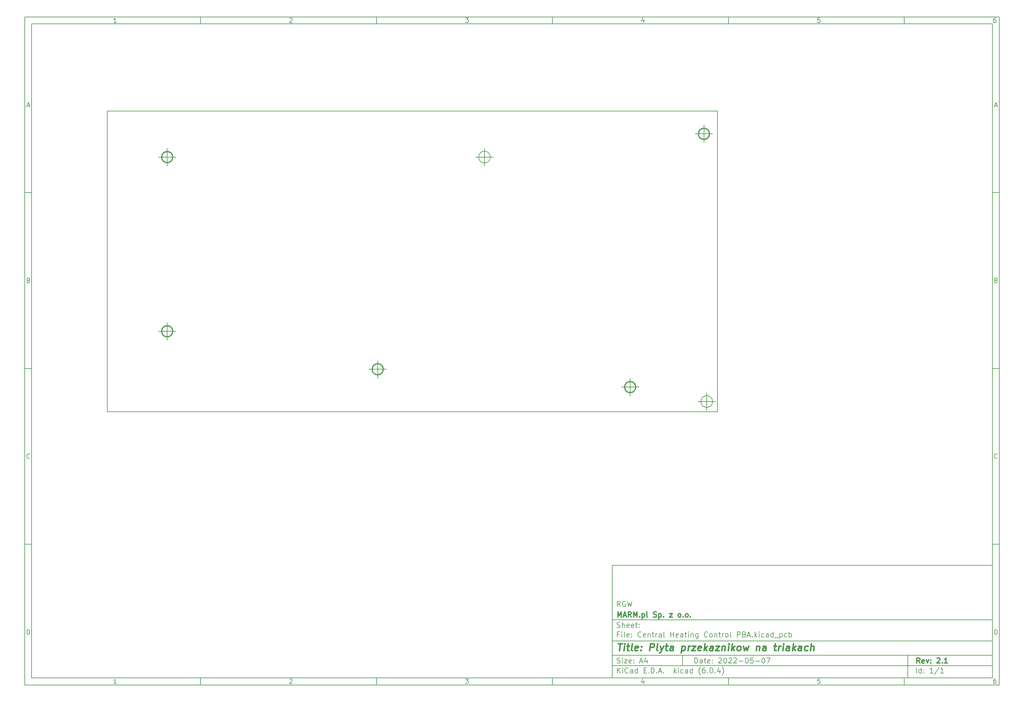
<source format=gbr>
%TF.GenerationSoftware,KiCad,Pcbnew,(6.0.4)*%
%TF.CreationDate,2022-05-29T19:49:35+02:00*%
%TF.ProjectId,Central Heating Control PBA,43656e74-7261-46c2-9048-656174696e67,2.1*%
%TF.SameCoordinates,Original*%
%TF.FileFunction,Glue,Top*%
%TF.FilePolarity,Positive*%
%FSLAX46Y46*%
G04 Gerber Fmt 4.6, Leading zero omitted, Abs format (unit mm)*
G04 Created by KiCad (PCBNEW (6.0.4)) date 2022-05-29 19:49:35*
%MOMM*%
%LPD*%
G01*
G04 APERTURE LIST*
%ADD10C,0.100000*%
%ADD11C,0.150000*%
%ADD12C,0.300000*%
%ADD13C,0.400000*%
%TA.AperFunction,Profile*%
%ADD14C,0.150000*%
%TD*%
G04 APERTURE END LIST*
D10*
D11*
X177002200Y-166007200D02*
X177002200Y-198007200D01*
X285002200Y-198007200D01*
X285002200Y-166007200D01*
X177002200Y-166007200D01*
D10*
D11*
X10000000Y-10000000D02*
X10000000Y-200007200D01*
X287002200Y-200007200D01*
X287002200Y-10000000D01*
X10000000Y-10000000D01*
D10*
D11*
X12000000Y-12000000D02*
X12000000Y-198007200D01*
X285002200Y-198007200D01*
X285002200Y-12000000D01*
X12000000Y-12000000D01*
D10*
D11*
X60000000Y-12000000D02*
X60000000Y-10000000D01*
D10*
D11*
X110000000Y-12000000D02*
X110000000Y-10000000D01*
D10*
D11*
X160000000Y-12000000D02*
X160000000Y-10000000D01*
D10*
D11*
X210000000Y-12000000D02*
X210000000Y-10000000D01*
D10*
D11*
X260000000Y-12000000D02*
X260000000Y-10000000D01*
D10*
D11*
X36065476Y-11588095D02*
X35322619Y-11588095D01*
X35694047Y-11588095D02*
X35694047Y-10288095D01*
X35570238Y-10473809D01*
X35446428Y-10597619D01*
X35322619Y-10659523D01*
D10*
D11*
X85322619Y-10411904D02*
X85384523Y-10350000D01*
X85508333Y-10288095D01*
X85817857Y-10288095D01*
X85941666Y-10350000D01*
X86003571Y-10411904D01*
X86065476Y-10535714D01*
X86065476Y-10659523D01*
X86003571Y-10845238D01*
X85260714Y-11588095D01*
X86065476Y-11588095D01*
D10*
D11*
X135260714Y-10288095D02*
X136065476Y-10288095D01*
X135632142Y-10783333D01*
X135817857Y-10783333D01*
X135941666Y-10845238D01*
X136003571Y-10907142D01*
X136065476Y-11030952D01*
X136065476Y-11340476D01*
X136003571Y-11464285D01*
X135941666Y-11526190D01*
X135817857Y-11588095D01*
X135446428Y-11588095D01*
X135322619Y-11526190D01*
X135260714Y-11464285D01*
D10*
D11*
X185941666Y-10721428D02*
X185941666Y-11588095D01*
X185632142Y-10226190D02*
X185322619Y-11154761D01*
X186127380Y-11154761D01*
D10*
D11*
X236003571Y-10288095D02*
X235384523Y-10288095D01*
X235322619Y-10907142D01*
X235384523Y-10845238D01*
X235508333Y-10783333D01*
X235817857Y-10783333D01*
X235941666Y-10845238D01*
X236003571Y-10907142D01*
X236065476Y-11030952D01*
X236065476Y-11340476D01*
X236003571Y-11464285D01*
X235941666Y-11526190D01*
X235817857Y-11588095D01*
X235508333Y-11588095D01*
X235384523Y-11526190D01*
X235322619Y-11464285D01*
D10*
D11*
X285941666Y-10288095D02*
X285694047Y-10288095D01*
X285570238Y-10350000D01*
X285508333Y-10411904D01*
X285384523Y-10597619D01*
X285322619Y-10845238D01*
X285322619Y-11340476D01*
X285384523Y-11464285D01*
X285446428Y-11526190D01*
X285570238Y-11588095D01*
X285817857Y-11588095D01*
X285941666Y-11526190D01*
X286003571Y-11464285D01*
X286065476Y-11340476D01*
X286065476Y-11030952D01*
X286003571Y-10907142D01*
X285941666Y-10845238D01*
X285817857Y-10783333D01*
X285570238Y-10783333D01*
X285446428Y-10845238D01*
X285384523Y-10907142D01*
X285322619Y-11030952D01*
D10*
D11*
X60000000Y-198007200D02*
X60000000Y-200007200D01*
D10*
D11*
X110000000Y-198007200D02*
X110000000Y-200007200D01*
D10*
D11*
X160000000Y-198007200D02*
X160000000Y-200007200D01*
D10*
D11*
X210000000Y-198007200D02*
X210000000Y-200007200D01*
D10*
D11*
X260000000Y-198007200D02*
X260000000Y-200007200D01*
D10*
D11*
X36065476Y-199595295D02*
X35322619Y-199595295D01*
X35694047Y-199595295D02*
X35694047Y-198295295D01*
X35570238Y-198481009D01*
X35446428Y-198604819D01*
X35322619Y-198666723D01*
D10*
D11*
X85322619Y-198419104D02*
X85384523Y-198357200D01*
X85508333Y-198295295D01*
X85817857Y-198295295D01*
X85941666Y-198357200D01*
X86003571Y-198419104D01*
X86065476Y-198542914D01*
X86065476Y-198666723D01*
X86003571Y-198852438D01*
X85260714Y-199595295D01*
X86065476Y-199595295D01*
D10*
D11*
X135260714Y-198295295D02*
X136065476Y-198295295D01*
X135632142Y-198790533D01*
X135817857Y-198790533D01*
X135941666Y-198852438D01*
X136003571Y-198914342D01*
X136065476Y-199038152D01*
X136065476Y-199347676D01*
X136003571Y-199471485D01*
X135941666Y-199533390D01*
X135817857Y-199595295D01*
X135446428Y-199595295D01*
X135322619Y-199533390D01*
X135260714Y-199471485D01*
D10*
D11*
X185941666Y-198728628D02*
X185941666Y-199595295D01*
X185632142Y-198233390D02*
X185322619Y-199161961D01*
X186127380Y-199161961D01*
D10*
D11*
X236003571Y-198295295D02*
X235384523Y-198295295D01*
X235322619Y-198914342D01*
X235384523Y-198852438D01*
X235508333Y-198790533D01*
X235817857Y-198790533D01*
X235941666Y-198852438D01*
X236003571Y-198914342D01*
X236065476Y-199038152D01*
X236065476Y-199347676D01*
X236003571Y-199471485D01*
X235941666Y-199533390D01*
X235817857Y-199595295D01*
X235508333Y-199595295D01*
X235384523Y-199533390D01*
X235322619Y-199471485D01*
D10*
D11*
X285941666Y-198295295D02*
X285694047Y-198295295D01*
X285570238Y-198357200D01*
X285508333Y-198419104D01*
X285384523Y-198604819D01*
X285322619Y-198852438D01*
X285322619Y-199347676D01*
X285384523Y-199471485D01*
X285446428Y-199533390D01*
X285570238Y-199595295D01*
X285817857Y-199595295D01*
X285941666Y-199533390D01*
X286003571Y-199471485D01*
X286065476Y-199347676D01*
X286065476Y-199038152D01*
X286003571Y-198914342D01*
X285941666Y-198852438D01*
X285817857Y-198790533D01*
X285570238Y-198790533D01*
X285446428Y-198852438D01*
X285384523Y-198914342D01*
X285322619Y-199038152D01*
D10*
D11*
X10000000Y-60000000D02*
X12000000Y-60000000D01*
D10*
D11*
X10000000Y-110000000D02*
X12000000Y-110000000D01*
D10*
D11*
X10000000Y-160000000D02*
X12000000Y-160000000D01*
D10*
D11*
X10690476Y-35216666D02*
X11309523Y-35216666D01*
X10566666Y-35588095D02*
X11000000Y-34288095D01*
X11433333Y-35588095D01*
D10*
D11*
X11092857Y-84907142D02*
X11278571Y-84969047D01*
X11340476Y-85030952D01*
X11402380Y-85154761D01*
X11402380Y-85340476D01*
X11340476Y-85464285D01*
X11278571Y-85526190D01*
X11154761Y-85588095D01*
X10659523Y-85588095D01*
X10659523Y-84288095D01*
X11092857Y-84288095D01*
X11216666Y-84350000D01*
X11278571Y-84411904D01*
X11340476Y-84535714D01*
X11340476Y-84659523D01*
X11278571Y-84783333D01*
X11216666Y-84845238D01*
X11092857Y-84907142D01*
X10659523Y-84907142D01*
D10*
D11*
X11402380Y-135464285D02*
X11340476Y-135526190D01*
X11154761Y-135588095D01*
X11030952Y-135588095D01*
X10845238Y-135526190D01*
X10721428Y-135402380D01*
X10659523Y-135278571D01*
X10597619Y-135030952D01*
X10597619Y-134845238D01*
X10659523Y-134597619D01*
X10721428Y-134473809D01*
X10845238Y-134350000D01*
X11030952Y-134288095D01*
X11154761Y-134288095D01*
X11340476Y-134350000D01*
X11402380Y-134411904D01*
D10*
D11*
X10659523Y-185588095D02*
X10659523Y-184288095D01*
X10969047Y-184288095D01*
X11154761Y-184350000D01*
X11278571Y-184473809D01*
X11340476Y-184597619D01*
X11402380Y-184845238D01*
X11402380Y-185030952D01*
X11340476Y-185278571D01*
X11278571Y-185402380D01*
X11154761Y-185526190D01*
X10969047Y-185588095D01*
X10659523Y-185588095D01*
D10*
D11*
X287002200Y-60000000D02*
X285002200Y-60000000D01*
D10*
D11*
X287002200Y-110000000D02*
X285002200Y-110000000D01*
D10*
D11*
X287002200Y-160000000D02*
X285002200Y-160000000D01*
D10*
D11*
X285692676Y-35216666D02*
X286311723Y-35216666D01*
X285568866Y-35588095D02*
X286002200Y-34288095D01*
X286435533Y-35588095D01*
D10*
D11*
X286095057Y-84907142D02*
X286280771Y-84969047D01*
X286342676Y-85030952D01*
X286404580Y-85154761D01*
X286404580Y-85340476D01*
X286342676Y-85464285D01*
X286280771Y-85526190D01*
X286156961Y-85588095D01*
X285661723Y-85588095D01*
X285661723Y-84288095D01*
X286095057Y-84288095D01*
X286218866Y-84350000D01*
X286280771Y-84411904D01*
X286342676Y-84535714D01*
X286342676Y-84659523D01*
X286280771Y-84783333D01*
X286218866Y-84845238D01*
X286095057Y-84907142D01*
X285661723Y-84907142D01*
D10*
D11*
X286404580Y-135464285D02*
X286342676Y-135526190D01*
X286156961Y-135588095D01*
X286033152Y-135588095D01*
X285847438Y-135526190D01*
X285723628Y-135402380D01*
X285661723Y-135278571D01*
X285599819Y-135030952D01*
X285599819Y-134845238D01*
X285661723Y-134597619D01*
X285723628Y-134473809D01*
X285847438Y-134350000D01*
X286033152Y-134288095D01*
X286156961Y-134288095D01*
X286342676Y-134350000D01*
X286404580Y-134411904D01*
D10*
D11*
X285661723Y-185588095D02*
X285661723Y-184288095D01*
X285971247Y-184288095D01*
X286156961Y-184350000D01*
X286280771Y-184473809D01*
X286342676Y-184597619D01*
X286404580Y-184845238D01*
X286404580Y-185030952D01*
X286342676Y-185278571D01*
X286280771Y-185402380D01*
X286156961Y-185526190D01*
X285971247Y-185588095D01*
X285661723Y-185588095D01*
D10*
D11*
X200434342Y-193785771D02*
X200434342Y-192285771D01*
X200791485Y-192285771D01*
X201005771Y-192357200D01*
X201148628Y-192500057D01*
X201220057Y-192642914D01*
X201291485Y-192928628D01*
X201291485Y-193142914D01*
X201220057Y-193428628D01*
X201148628Y-193571485D01*
X201005771Y-193714342D01*
X200791485Y-193785771D01*
X200434342Y-193785771D01*
X202577200Y-193785771D02*
X202577200Y-193000057D01*
X202505771Y-192857200D01*
X202362914Y-192785771D01*
X202077200Y-192785771D01*
X201934342Y-192857200D01*
X202577200Y-193714342D02*
X202434342Y-193785771D01*
X202077200Y-193785771D01*
X201934342Y-193714342D01*
X201862914Y-193571485D01*
X201862914Y-193428628D01*
X201934342Y-193285771D01*
X202077200Y-193214342D01*
X202434342Y-193214342D01*
X202577200Y-193142914D01*
X203077200Y-192785771D02*
X203648628Y-192785771D01*
X203291485Y-192285771D02*
X203291485Y-193571485D01*
X203362914Y-193714342D01*
X203505771Y-193785771D01*
X203648628Y-193785771D01*
X204720057Y-193714342D02*
X204577200Y-193785771D01*
X204291485Y-193785771D01*
X204148628Y-193714342D01*
X204077200Y-193571485D01*
X204077200Y-193000057D01*
X204148628Y-192857200D01*
X204291485Y-192785771D01*
X204577200Y-192785771D01*
X204720057Y-192857200D01*
X204791485Y-193000057D01*
X204791485Y-193142914D01*
X204077200Y-193285771D01*
X205434342Y-193642914D02*
X205505771Y-193714342D01*
X205434342Y-193785771D01*
X205362914Y-193714342D01*
X205434342Y-193642914D01*
X205434342Y-193785771D01*
X205434342Y-192857200D02*
X205505771Y-192928628D01*
X205434342Y-193000057D01*
X205362914Y-192928628D01*
X205434342Y-192857200D01*
X205434342Y-193000057D01*
X207220057Y-192428628D02*
X207291485Y-192357200D01*
X207434342Y-192285771D01*
X207791485Y-192285771D01*
X207934342Y-192357200D01*
X208005771Y-192428628D01*
X208077200Y-192571485D01*
X208077200Y-192714342D01*
X208005771Y-192928628D01*
X207148628Y-193785771D01*
X208077200Y-193785771D01*
X209005771Y-192285771D02*
X209148628Y-192285771D01*
X209291485Y-192357200D01*
X209362914Y-192428628D01*
X209434342Y-192571485D01*
X209505771Y-192857200D01*
X209505771Y-193214342D01*
X209434342Y-193500057D01*
X209362914Y-193642914D01*
X209291485Y-193714342D01*
X209148628Y-193785771D01*
X209005771Y-193785771D01*
X208862914Y-193714342D01*
X208791485Y-193642914D01*
X208720057Y-193500057D01*
X208648628Y-193214342D01*
X208648628Y-192857200D01*
X208720057Y-192571485D01*
X208791485Y-192428628D01*
X208862914Y-192357200D01*
X209005771Y-192285771D01*
X210077200Y-192428628D02*
X210148628Y-192357200D01*
X210291485Y-192285771D01*
X210648628Y-192285771D01*
X210791485Y-192357200D01*
X210862914Y-192428628D01*
X210934342Y-192571485D01*
X210934342Y-192714342D01*
X210862914Y-192928628D01*
X210005771Y-193785771D01*
X210934342Y-193785771D01*
X211505771Y-192428628D02*
X211577200Y-192357200D01*
X211720057Y-192285771D01*
X212077200Y-192285771D01*
X212220057Y-192357200D01*
X212291485Y-192428628D01*
X212362914Y-192571485D01*
X212362914Y-192714342D01*
X212291485Y-192928628D01*
X211434342Y-193785771D01*
X212362914Y-193785771D01*
X213005771Y-193214342D02*
X214148628Y-193214342D01*
X215148628Y-192285771D02*
X215291485Y-192285771D01*
X215434342Y-192357200D01*
X215505771Y-192428628D01*
X215577200Y-192571485D01*
X215648628Y-192857200D01*
X215648628Y-193214342D01*
X215577200Y-193500057D01*
X215505771Y-193642914D01*
X215434342Y-193714342D01*
X215291485Y-193785771D01*
X215148628Y-193785771D01*
X215005771Y-193714342D01*
X214934342Y-193642914D01*
X214862914Y-193500057D01*
X214791485Y-193214342D01*
X214791485Y-192857200D01*
X214862914Y-192571485D01*
X214934342Y-192428628D01*
X215005771Y-192357200D01*
X215148628Y-192285771D01*
X217005771Y-192285771D02*
X216291485Y-192285771D01*
X216220057Y-193000057D01*
X216291485Y-192928628D01*
X216434342Y-192857200D01*
X216791485Y-192857200D01*
X216934342Y-192928628D01*
X217005771Y-193000057D01*
X217077200Y-193142914D01*
X217077200Y-193500057D01*
X217005771Y-193642914D01*
X216934342Y-193714342D01*
X216791485Y-193785771D01*
X216434342Y-193785771D01*
X216291485Y-193714342D01*
X216220057Y-193642914D01*
X217720057Y-193214342D02*
X218862914Y-193214342D01*
X219862914Y-192285771D02*
X220005771Y-192285771D01*
X220148628Y-192357200D01*
X220220057Y-192428628D01*
X220291485Y-192571485D01*
X220362914Y-192857200D01*
X220362914Y-193214342D01*
X220291485Y-193500057D01*
X220220057Y-193642914D01*
X220148628Y-193714342D01*
X220005771Y-193785771D01*
X219862914Y-193785771D01*
X219720057Y-193714342D01*
X219648628Y-193642914D01*
X219577200Y-193500057D01*
X219505771Y-193214342D01*
X219505771Y-192857200D01*
X219577200Y-192571485D01*
X219648628Y-192428628D01*
X219720057Y-192357200D01*
X219862914Y-192285771D01*
X220862914Y-192285771D02*
X221862914Y-192285771D01*
X221220057Y-193785771D01*
D10*
D11*
X177002200Y-194507200D02*
X285002200Y-194507200D01*
D10*
D11*
X178434342Y-196585771D02*
X178434342Y-195085771D01*
X179291485Y-196585771D02*
X178648628Y-195728628D01*
X179291485Y-195085771D02*
X178434342Y-195942914D01*
X179934342Y-196585771D02*
X179934342Y-195585771D01*
X179934342Y-195085771D02*
X179862914Y-195157200D01*
X179934342Y-195228628D01*
X180005771Y-195157200D01*
X179934342Y-195085771D01*
X179934342Y-195228628D01*
X181505771Y-196442914D02*
X181434342Y-196514342D01*
X181220057Y-196585771D01*
X181077200Y-196585771D01*
X180862914Y-196514342D01*
X180720057Y-196371485D01*
X180648628Y-196228628D01*
X180577200Y-195942914D01*
X180577200Y-195728628D01*
X180648628Y-195442914D01*
X180720057Y-195300057D01*
X180862914Y-195157200D01*
X181077200Y-195085771D01*
X181220057Y-195085771D01*
X181434342Y-195157200D01*
X181505771Y-195228628D01*
X182791485Y-196585771D02*
X182791485Y-195800057D01*
X182720057Y-195657200D01*
X182577200Y-195585771D01*
X182291485Y-195585771D01*
X182148628Y-195657200D01*
X182791485Y-196514342D02*
X182648628Y-196585771D01*
X182291485Y-196585771D01*
X182148628Y-196514342D01*
X182077200Y-196371485D01*
X182077200Y-196228628D01*
X182148628Y-196085771D01*
X182291485Y-196014342D01*
X182648628Y-196014342D01*
X182791485Y-195942914D01*
X184148628Y-196585771D02*
X184148628Y-195085771D01*
X184148628Y-196514342D02*
X184005771Y-196585771D01*
X183720057Y-196585771D01*
X183577200Y-196514342D01*
X183505771Y-196442914D01*
X183434342Y-196300057D01*
X183434342Y-195871485D01*
X183505771Y-195728628D01*
X183577200Y-195657200D01*
X183720057Y-195585771D01*
X184005771Y-195585771D01*
X184148628Y-195657200D01*
X186005771Y-195800057D02*
X186505771Y-195800057D01*
X186720057Y-196585771D02*
X186005771Y-196585771D01*
X186005771Y-195085771D01*
X186720057Y-195085771D01*
X187362914Y-196442914D02*
X187434342Y-196514342D01*
X187362914Y-196585771D01*
X187291485Y-196514342D01*
X187362914Y-196442914D01*
X187362914Y-196585771D01*
X188077200Y-196585771D02*
X188077200Y-195085771D01*
X188434342Y-195085771D01*
X188648628Y-195157200D01*
X188791485Y-195300057D01*
X188862914Y-195442914D01*
X188934342Y-195728628D01*
X188934342Y-195942914D01*
X188862914Y-196228628D01*
X188791485Y-196371485D01*
X188648628Y-196514342D01*
X188434342Y-196585771D01*
X188077200Y-196585771D01*
X189577200Y-196442914D02*
X189648628Y-196514342D01*
X189577200Y-196585771D01*
X189505771Y-196514342D01*
X189577200Y-196442914D01*
X189577200Y-196585771D01*
X190220057Y-196157200D02*
X190934342Y-196157200D01*
X190077200Y-196585771D02*
X190577200Y-195085771D01*
X191077200Y-196585771D01*
X191577200Y-196442914D02*
X191648628Y-196514342D01*
X191577200Y-196585771D01*
X191505771Y-196514342D01*
X191577200Y-196442914D01*
X191577200Y-196585771D01*
X194577200Y-196585771D02*
X194577200Y-195085771D01*
X194720057Y-196014342D02*
X195148628Y-196585771D01*
X195148628Y-195585771D02*
X194577200Y-196157200D01*
X195791485Y-196585771D02*
X195791485Y-195585771D01*
X195791485Y-195085771D02*
X195720057Y-195157200D01*
X195791485Y-195228628D01*
X195862914Y-195157200D01*
X195791485Y-195085771D01*
X195791485Y-195228628D01*
X197148628Y-196514342D02*
X197005771Y-196585771D01*
X196720057Y-196585771D01*
X196577200Y-196514342D01*
X196505771Y-196442914D01*
X196434342Y-196300057D01*
X196434342Y-195871485D01*
X196505771Y-195728628D01*
X196577200Y-195657200D01*
X196720057Y-195585771D01*
X197005771Y-195585771D01*
X197148628Y-195657200D01*
X198434342Y-196585771D02*
X198434342Y-195800057D01*
X198362914Y-195657200D01*
X198220057Y-195585771D01*
X197934342Y-195585771D01*
X197791485Y-195657200D01*
X198434342Y-196514342D02*
X198291485Y-196585771D01*
X197934342Y-196585771D01*
X197791485Y-196514342D01*
X197720057Y-196371485D01*
X197720057Y-196228628D01*
X197791485Y-196085771D01*
X197934342Y-196014342D01*
X198291485Y-196014342D01*
X198434342Y-195942914D01*
X199791485Y-196585771D02*
X199791485Y-195085771D01*
X199791485Y-196514342D02*
X199648628Y-196585771D01*
X199362914Y-196585771D01*
X199220057Y-196514342D01*
X199148628Y-196442914D01*
X199077200Y-196300057D01*
X199077200Y-195871485D01*
X199148628Y-195728628D01*
X199220057Y-195657200D01*
X199362914Y-195585771D01*
X199648628Y-195585771D01*
X199791485Y-195657200D01*
X202077200Y-197157200D02*
X202005771Y-197085771D01*
X201862914Y-196871485D01*
X201791485Y-196728628D01*
X201720057Y-196514342D01*
X201648628Y-196157200D01*
X201648628Y-195871485D01*
X201720057Y-195514342D01*
X201791485Y-195300057D01*
X201862914Y-195157200D01*
X202005771Y-194942914D01*
X202077200Y-194871485D01*
X203291485Y-195085771D02*
X203005771Y-195085771D01*
X202862914Y-195157200D01*
X202791485Y-195228628D01*
X202648628Y-195442914D01*
X202577200Y-195728628D01*
X202577200Y-196300057D01*
X202648628Y-196442914D01*
X202720057Y-196514342D01*
X202862914Y-196585771D01*
X203148628Y-196585771D01*
X203291485Y-196514342D01*
X203362914Y-196442914D01*
X203434342Y-196300057D01*
X203434342Y-195942914D01*
X203362914Y-195800057D01*
X203291485Y-195728628D01*
X203148628Y-195657200D01*
X202862914Y-195657200D01*
X202720057Y-195728628D01*
X202648628Y-195800057D01*
X202577200Y-195942914D01*
X204077200Y-196442914D02*
X204148628Y-196514342D01*
X204077200Y-196585771D01*
X204005771Y-196514342D01*
X204077200Y-196442914D01*
X204077200Y-196585771D01*
X205077200Y-195085771D02*
X205220057Y-195085771D01*
X205362914Y-195157200D01*
X205434342Y-195228628D01*
X205505771Y-195371485D01*
X205577200Y-195657200D01*
X205577200Y-196014342D01*
X205505771Y-196300057D01*
X205434342Y-196442914D01*
X205362914Y-196514342D01*
X205220057Y-196585771D01*
X205077200Y-196585771D01*
X204934342Y-196514342D01*
X204862914Y-196442914D01*
X204791485Y-196300057D01*
X204720057Y-196014342D01*
X204720057Y-195657200D01*
X204791485Y-195371485D01*
X204862914Y-195228628D01*
X204934342Y-195157200D01*
X205077200Y-195085771D01*
X206220057Y-196442914D02*
X206291485Y-196514342D01*
X206220057Y-196585771D01*
X206148628Y-196514342D01*
X206220057Y-196442914D01*
X206220057Y-196585771D01*
X207577200Y-195585771D02*
X207577200Y-196585771D01*
X207220057Y-195014342D02*
X206862914Y-196085771D01*
X207791485Y-196085771D01*
X208220057Y-197157200D02*
X208291485Y-197085771D01*
X208434342Y-196871485D01*
X208505771Y-196728628D01*
X208577200Y-196514342D01*
X208648628Y-196157200D01*
X208648628Y-195871485D01*
X208577200Y-195514342D01*
X208505771Y-195300057D01*
X208434342Y-195157200D01*
X208291485Y-194942914D01*
X208220057Y-194871485D01*
D10*
D11*
X177002200Y-191507200D02*
X285002200Y-191507200D01*
D10*
D12*
X264411485Y-193785771D02*
X263911485Y-193071485D01*
X263554342Y-193785771D02*
X263554342Y-192285771D01*
X264125771Y-192285771D01*
X264268628Y-192357200D01*
X264340057Y-192428628D01*
X264411485Y-192571485D01*
X264411485Y-192785771D01*
X264340057Y-192928628D01*
X264268628Y-193000057D01*
X264125771Y-193071485D01*
X263554342Y-193071485D01*
X265625771Y-193714342D02*
X265482914Y-193785771D01*
X265197200Y-193785771D01*
X265054342Y-193714342D01*
X264982914Y-193571485D01*
X264982914Y-193000057D01*
X265054342Y-192857200D01*
X265197200Y-192785771D01*
X265482914Y-192785771D01*
X265625771Y-192857200D01*
X265697200Y-193000057D01*
X265697200Y-193142914D01*
X264982914Y-193285771D01*
X266197200Y-192785771D02*
X266554342Y-193785771D01*
X266911485Y-192785771D01*
X267482914Y-193642914D02*
X267554342Y-193714342D01*
X267482914Y-193785771D01*
X267411485Y-193714342D01*
X267482914Y-193642914D01*
X267482914Y-193785771D01*
X267482914Y-192857200D02*
X267554342Y-192928628D01*
X267482914Y-193000057D01*
X267411485Y-192928628D01*
X267482914Y-192857200D01*
X267482914Y-193000057D01*
X269268628Y-192428628D02*
X269340057Y-192357200D01*
X269482914Y-192285771D01*
X269840057Y-192285771D01*
X269982914Y-192357200D01*
X270054342Y-192428628D01*
X270125771Y-192571485D01*
X270125771Y-192714342D01*
X270054342Y-192928628D01*
X269197200Y-193785771D01*
X270125771Y-193785771D01*
X270768628Y-193642914D02*
X270840057Y-193714342D01*
X270768628Y-193785771D01*
X270697200Y-193714342D01*
X270768628Y-193642914D01*
X270768628Y-193785771D01*
X272268628Y-193785771D02*
X271411485Y-193785771D01*
X271840057Y-193785771D02*
X271840057Y-192285771D01*
X271697200Y-192500057D01*
X271554342Y-192642914D01*
X271411485Y-192714342D01*
D10*
D11*
X178362914Y-193714342D02*
X178577200Y-193785771D01*
X178934342Y-193785771D01*
X179077200Y-193714342D01*
X179148628Y-193642914D01*
X179220057Y-193500057D01*
X179220057Y-193357200D01*
X179148628Y-193214342D01*
X179077200Y-193142914D01*
X178934342Y-193071485D01*
X178648628Y-193000057D01*
X178505771Y-192928628D01*
X178434342Y-192857200D01*
X178362914Y-192714342D01*
X178362914Y-192571485D01*
X178434342Y-192428628D01*
X178505771Y-192357200D01*
X178648628Y-192285771D01*
X179005771Y-192285771D01*
X179220057Y-192357200D01*
X179862914Y-193785771D02*
X179862914Y-192785771D01*
X179862914Y-192285771D02*
X179791485Y-192357200D01*
X179862914Y-192428628D01*
X179934342Y-192357200D01*
X179862914Y-192285771D01*
X179862914Y-192428628D01*
X180434342Y-192785771D02*
X181220057Y-192785771D01*
X180434342Y-193785771D01*
X181220057Y-193785771D01*
X182362914Y-193714342D02*
X182220057Y-193785771D01*
X181934342Y-193785771D01*
X181791485Y-193714342D01*
X181720057Y-193571485D01*
X181720057Y-193000057D01*
X181791485Y-192857200D01*
X181934342Y-192785771D01*
X182220057Y-192785771D01*
X182362914Y-192857200D01*
X182434342Y-193000057D01*
X182434342Y-193142914D01*
X181720057Y-193285771D01*
X183077200Y-193642914D02*
X183148628Y-193714342D01*
X183077200Y-193785771D01*
X183005771Y-193714342D01*
X183077200Y-193642914D01*
X183077200Y-193785771D01*
X183077200Y-192857200D02*
X183148628Y-192928628D01*
X183077200Y-193000057D01*
X183005771Y-192928628D01*
X183077200Y-192857200D01*
X183077200Y-193000057D01*
X184862914Y-193357200D02*
X185577200Y-193357200D01*
X184720057Y-193785771D02*
X185220057Y-192285771D01*
X185720057Y-193785771D01*
X186862914Y-192785771D02*
X186862914Y-193785771D01*
X186505771Y-192214342D02*
X186148628Y-193285771D01*
X187077200Y-193285771D01*
D10*
D11*
X263434342Y-196585771D02*
X263434342Y-195085771D01*
X264791485Y-196585771D02*
X264791485Y-195085771D01*
X264791485Y-196514342D02*
X264648628Y-196585771D01*
X264362914Y-196585771D01*
X264220057Y-196514342D01*
X264148628Y-196442914D01*
X264077200Y-196300057D01*
X264077200Y-195871485D01*
X264148628Y-195728628D01*
X264220057Y-195657200D01*
X264362914Y-195585771D01*
X264648628Y-195585771D01*
X264791485Y-195657200D01*
X265505771Y-196442914D02*
X265577200Y-196514342D01*
X265505771Y-196585771D01*
X265434342Y-196514342D01*
X265505771Y-196442914D01*
X265505771Y-196585771D01*
X265505771Y-195657200D02*
X265577200Y-195728628D01*
X265505771Y-195800057D01*
X265434342Y-195728628D01*
X265505771Y-195657200D01*
X265505771Y-195800057D01*
X268148628Y-196585771D02*
X267291485Y-196585771D01*
X267720057Y-196585771D02*
X267720057Y-195085771D01*
X267577200Y-195300057D01*
X267434342Y-195442914D01*
X267291485Y-195514342D01*
X269862914Y-195014342D02*
X268577200Y-196942914D01*
X271148628Y-196585771D02*
X270291485Y-196585771D01*
X270720057Y-196585771D02*
X270720057Y-195085771D01*
X270577200Y-195300057D01*
X270434342Y-195442914D01*
X270291485Y-195514342D01*
D10*
D11*
X177002200Y-187507200D02*
X285002200Y-187507200D01*
D10*
D13*
X178714580Y-188211961D02*
X179857438Y-188211961D01*
X179036009Y-190211961D02*
X179286009Y-188211961D01*
X180274104Y-190211961D02*
X180440771Y-188878628D01*
X180524104Y-188211961D02*
X180416961Y-188307200D01*
X180500295Y-188402438D01*
X180607438Y-188307200D01*
X180524104Y-188211961D01*
X180500295Y-188402438D01*
X181107438Y-188878628D02*
X181869342Y-188878628D01*
X181476485Y-188211961D02*
X181262200Y-189926247D01*
X181333628Y-190116723D01*
X181512200Y-190211961D01*
X181702676Y-190211961D01*
X182655057Y-190211961D02*
X182476485Y-190116723D01*
X182405057Y-189926247D01*
X182619342Y-188211961D01*
X184190771Y-190116723D02*
X183988390Y-190211961D01*
X183607438Y-190211961D01*
X183428866Y-190116723D01*
X183357438Y-189926247D01*
X183452676Y-189164342D01*
X183571723Y-188973866D01*
X183774104Y-188878628D01*
X184155057Y-188878628D01*
X184333628Y-188973866D01*
X184405057Y-189164342D01*
X184381247Y-189354819D01*
X183405057Y-189545295D01*
X185155057Y-190021485D02*
X185238390Y-190116723D01*
X185131247Y-190211961D01*
X185047914Y-190116723D01*
X185155057Y-190021485D01*
X185131247Y-190211961D01*
X185286009Y-188973866D02*
X185369342Y-189069104D01*
X185262200Y-189164342D01*
X185178866Y-189069104D01*
X185286009Y-188973866D01*
X185262200Y-189164342D01*
X187607438Y-190211961D02*
X187857438Y-188211961D01*
X188619342Y-188211961D01*
X188797914Y-188307200D01*
X188881247Y-188402438D01*
X188952676Y-188592914D01*
X188916961Y-188878628D01*
X188797914Y-189069104D01*
X188690771Y-189164342D01*
X188488390Y-189259580D01*
X187726485Y-189259580D01*
X189893152Y-190211961D02*
X189714580Y-190116723D01*
X189643152Y-189926247D01*
X189857438Y-188211961D01*
X190631247Y-188878628D02*
X190940771Y-190211961D01*
X191583628Y-188878628D02*
X190940771Y-190211961D01*
X190690771Y-190688152D01*
X190583628Y-190783390D01*
X190381247Y-190878628D01*
X192059819Y-188878628D02*
X192821723Y-188878628D01*
X192428866Y-188211961D02*
X192214580Y-189926247D01*
X192286009Y-190116723D01*
X192464580Y-190211961D01*
X192655057Y-190211961D01*
X194178866Y-190211961D02*
X194309819Y-189164342D01*
X194238390Y-188973866D01*
X194059819Y-188878628D01*
X193678866Y-188878628D01*
X193476485Y-188973866D01*
X194190771Y-190116723D02*
X193988390Y-190211961D01*
X193512200Y-190211961D01*
X193333628Y-190116723D01*
X193262200Y-189926247D01*
X193286009Y-189735771D01*
X193405057Y-189545295D01*
X193607438Y-189450057D01*
X194083628Y-189450057D01*
X194286009Y-189354819D01*
X196821723Y-188878628D02*
X196571723Y-190878628D01*
X196809819Y-188973866D02*
X197012200Y-188878628D01*
X197393152Y-188878628D01*
X197571723Y-188973866D01*
X197655057Y-189069104D01*
X197726485Y-189259580D01*
X197655057Y-189831009D01*
X197536009Y-190021485D01*
X197428866Y-190116723D01*
X197226485Y-190211961D01*
X196845533Y-190211961D01*
X196666961Y-190116723D01*
X198464580Y-190211961D02*
X198631247Y-188878628D01*
X198583628Y-189259580D02*
X198702676Y-189069104D01*
X198809819Y-188973866D01*
X199012200Y-188878628D01*
X199202676Y-188878628D01*
X199678866Y-188878628D02*
X200726485Y-188878628D01*
X199512200Y-190211961D01*
X200559819Y-190211961D01*
X202095533Y-190116723D02*
X201893152Y-190211961D01*
X201512200Y-190211961D01*
X201333628Y-190116723D01*
X201262200Y-189926247D01*
X201357438Y-189164342D01*
X201476485Y-188973866D01*
X201678866Y-188878628D01*
X202059819Y-188878628D01*
X202238390Y-188973866D01*
X202309819Y-189164342D01*
X202286009Y-189354819D01*
X201309819Y-189545295D01*
X203036009Y-190211961D02*
X203286009Y-188211961D01*
X203321723Y-189450057D02*
X203797914Y-190211961D01*
X203964580Y-188878628D02*
X203107438Y-189640533D01*
X205512200Y-190211961D02*
X205643152Y-189164342D01*
X205571723Y-188973866D01*
X205393152Y-188878628D01*
X205012200Y-188878628D01*
X204809819Y-188973866D01*
X205524104Y-190116723D02*
X205321723Y-190211961D01*
X204845533Y-190211961D01*
X204666961Y-190116723D01*
X204595533Y-189926247D01*
X204619342Y-189735771D01*
X204738390Y-189545295D01*
X204940771Y-189450057D01*
X205416961Y-189450057D01*
X205619342Y-189354819D01*
X206440771Y-188878628D02*
X207488390Y-188878628D01*
X206274104Y-190211961D01*
X207321723Y-190211961D01*
X208250295Y-188878628D02*
X208083628Y-190211961D01*
X208226485Y-189069104D02*
X208333628Y-188973866D01*
X208536009Y-188878628D01*
X208821723Y-188878628D01*
X209000295Y-188973866D01*
X209071723Y-189164342D01*
X208940771Y-190211961D01*
X209893152Y-190211961D02*
X210059819Y-188878628D01*
X210143152Y-188211961D02*
X210036009Y-188307200D01*
X210119342Y-188402438D01*
X210226485Y-188307200D01*
X210143152Y-188211961D01*
X210119342Y-188402438D01*
X210845533Y-190211961D02*
X211095533Y-188211961D01*
X211131247Y-189450057D02*
X211607438Y-190211961D01*
X211774104Y-188878628D02*
X210916961Y-189640533D01*
X212750295Y-190211961D02*
X212571723Y-190116723D01*
X212488390Y-190021485D01*
X212416961Y-189831009D01*
X212488390Y-189259580D01*
X212607438Y-189069104D01*
X212714580Y-188973866D01*
X212916961Y-188878628D01*
X213202676Y-188878628D01*
X213381247Y-188973866D01*
X213464580Y-189069104D01*
X213536009Y-189259580D01*
X213464580Y-189831009D01*
X213345533Y-190021485D01*
X213238390Y-190116723D01*
X213036009Y-190211961D01*
X212750295Y-190211961D01*
X214250295Y-188878628D02*
X214464580Y-190211961D01*
X214964580Y-189259580D01*
X215226485Y-190211961D01*
X215774104Y-188878628D01*
X218059819Y-188878628D02*
X217893152Y-190211961D01*
X218036009Y-189069104D02*
X218143152Y-188973866D01*
X218345533Y-188878628D01*
X218631247Y-188878628D01*
X218809819Y-188973866D01*
X218881247Y-189164342D01*
X218750295Y-190211961D01*
X220559819Y-190211961D02*
X220690771Y-189164342D01*
X220619342Y-188973866D01*
X220440771Y-188878628D01*
X220059819Y-188878628D01*
X219857438Y-188973866D01*
X220571723Y-190116723D02*
X220369342Y-190211961D01*
X219893152Y-190211961D01*
X219714580Y-190116723D01*
X219643152Y-189926247D01*
X219666961Y-189735771D01*
X219786009Y-189545295D01*
X219988390Y-189450057D01*
X220464580Y-189450057D01*
X220666961Y-189354819D01*
X222916961Y-188878628D02*
X223678866Y-188878628D01*
X223286009Y-188211961D02*
X223071723Y-189926247D01*
X223143152Y-190116723D01*
X223321723Y-190211961D01*
X223512200Y-190211961D01*
X224178866Y-190211961D02*
X224345533Y-188878628D01*
X224297914Y-189259580D02*
X224416961Y-189069104D01*
X224524104Y-188973866D01*
X224726485Y-188878628D01*
X224916961Y-188878628D01*
X225416961Y-190211961D02*
X225583628Y-188878628D01*
X225666961Y-188211961D02*
X225559819Y-188307200D01*
X225643152Y-188402438D01*
X225750295Y-188307200D01*
X225666961Y-188211961D01*
X225643152Y-188402438D01*
X227226485Y-190211961D02*
X227357438Y-189164342D01*
X227286009Y-188973866D01*
X227107438Y-188878628D01*
X226726485Y-188878628D01*
X226524104Y-188973866D01*
X227238390Y-190116723D02*
X227036009Y-190211961D01*
X226559819Y-190211961D01*
X226381247Y-190116723D01*
X226309819Y-189926247D01*
X226333628Y-189735771D01*
X226452676Y-189545295D01*
X226655057Y-189450057D01*
X227131247Y-189450057D01*
X227333628Y-189354819D01*
X228178866Y-190211961D02*
X228428866Y-188211961D01*
X228464580Y-189450057D02*
X228940771Y-190211961D01*
X229107438Y-188878628D02*
X228250295Y-189640533D01*
X230655057Y-190211961D02*
X230786009Y-189164342D01*
X230714580Y-188973866D01*
X230536009Y-188878628D01*
X230155057Y-188878628D01*
X229952676Y-188973866D01*
X230666961Y-190116723D02*
X230464580Y-190211961D01*
X229988390Y-190211961D01*
X229809819Y-190116723D01*
X229738390Y-189926247D01*
X229762200Y-189735771D01*
X229881247Y-189545295D01*
X230083628Y-189450057D01*
X230559819Y-189450057D01*
X230762200Y-189354819D01*
X232476485Y-190116723D02*
X232274104Y-190211961D01*
X231893152Y-190211961D01*
X231714580Y-190116723D01*
X231631247Y-190021485D01*
X231559819Y-189831009D01*
X231631247Y-189259580D01*
X231750295Y-189069104D01*
X231857438Y-188973866D01*
X232059819Y-188878628D01*
X232440771Y-188878628D01*
X232619342Y-188973866D01*
X233321723Y-190211961D02*
X233571723Y-188211961D01*
X234178866Y-190211961D02*
X234309819Y-189164342D01*
X234238390Y-188973866D01*
X234059819Y-188878628D01*
X233774104Y-188878628D01*
X233571723Y-188973866D01*
X233464580Y-189069104D01*
D10*
D11*
X178934342Y-185600057D02*
X178434342Y-185600057D01*
X178434342Y-186385771D02*
X178434342Y-184885771D01*
X179148628Y-184885771D01*
X179720057Y-186385771D02*
X179720057Y-185385771D01*
X179720057Y-184885771D02*
X179648628Y-184957200D01*
X179720057Y-185028628D01*
X179791485Y-184957200D01*
X179720057Y-184885771D01*
X179720057Y-185028628D01*
X180648628Y-186385771D02*
X180505771Y-186314342D01*
X180434342Y-186171485D01*
X180434342Y-184885771D01*
X181791485Y-186314342D02*
X181648628Y-186385771D01*
X181362914Y-186385771D01*
X181220057Y-186314342D01*
X181148628Y-186171485D01*
X181148628Y-185600057D01*
X181220057Y-185457200D01*
X181362914Y-185385771D01*
X181648628Y-185385771D01*
X181791485Y-185457200D01*
X181862914Y-185600057D01*
X181862914Y-185742914D01*
X181148628Y-185885771D01*
X182505771Y-186242914D02*
X182577200Y-186314342D01*
X182505771Y-186385771D01*
X182434342Y-186314342D01*
X182505771Y-186242914D01*
X182505771Y-186385771D01*
X182505771Y-185457200D02*
X182577200Y-185528628D01*
X182505771Y-185600057D01*
X182434342Y-185528628D01*
X182505771Y-185457200D01*
X182505771Y-185600057D01*
X185220057Y-186242914D02*
X185148628Y-186314342D01*
X184934342Y-186385771D01*
X184791485Y-186385771D01*
X184577200Y-186314342D01*
X184434342Y-186171485D01*
X184362914Y-186028628D01*
X184291485Y-185742914D01*
X184291485Y-185528628D01*
X184362914Y-185242914D01*
X184434342Y-185100057D01*
X184577200Y-184957200D01*
X184791485Y-184885771D01*
X184934342Y-184885771D01*
X185148628Y-184957200D01*
X185220057Y-185028628D01*
X186434342Y-186314342D02*
X186291485Y-186385771D01*
X186005771Y-186385771D01*
X185862914Y-186314342D01*
X185791485Y-186171485D01*
X185791485Y-185600057D01*
X185862914Y-185457200D01*
X186005771Y-185385771D01*
X186291485Y-185385771D01*
X186434342Y-185457200D01*
X186505771Y-185600057D01*
X186505771Y-185742914D01*
X185791485Y-185885771D01*
X187148628Y-185385771D02*
X187148628Y-186385771D01*
X187148628Y-185528628D02*
X187220057Y-185457200D01*
X187362914Y-185385771D01*
X187577200Y-185385771D01*
X187720057Y-185457200D01*
X187791485Y-185600057D01*
X187791485Y-186385771D01*
X188291485Y-185385771D02*
X188862914Y-185385771D01*
X188505771Y-184885771D02*
X188505771Y-186171485D01*
X188577200Y-186314342D01*
X188720057Y-186385771D01*
X188862914Y-186385771D01*
X189362914Y-186385771D02*
X189362914Y-185385771D01*
X189362914Y-185671485D02*
X189434342Y-185528628D01*
X189505771Y-185457200D01*
X189648628Y-185385771D01*
X189791485Y-185385771D01*
X190934342Y-186385771D02*
X190934342Y-185600057D01*
X190862914Y-185457200D01*
X190720057Y-185385771D01*
X190434342Y-185385771D01*
X190291485Y-185457200D01*
X190934342Y-186314342D02*
X190791485Y-186385771D01*
X190434342Y-186385771D01*
X190291485Y-186314342D01*
X190220057Y-186171485D01*
X190220057Y-186028628D01*
X190291485Y-185885771D01*
X190434342Y-185814342D01*
X190791485Y-185814342D01*
X190934342Y-185742914D01*
X191862914Y-186385771D02*
X191720057Y-186314342D01*
X191648628Y-186171485D01*
X191648628Y-184885771D01*
X193577200Y-186385771D02*
X193577200Y-184885771D01*
X193577200Y-185600057D02*
X194434342Y-185600057D01*
X194434342Y-186385771D02*
X194434342Y-184885771D01*
X195720057Y-186314342D02*
X195577200Y-186385771D01*
X195291485Y-186385771D01*
X195148628Y-186314342D01*
X195077200Y-186171485D01*
X195077200Y-185600057D01*
X195148628Y-185457200D01*
X195291485Y-185385771D01*
X195577200Y-185385771D01*
X195720057Y-185457200D01*
X195791485Y-185600057D01*
X195791485Y-185742914D01*
X195077200Y-185885771D01*
X197077200Y-186385771D02*
X197077200Y-185600057D01*
X197005771Y-185457200D01*
X196862914Y-185385771D01*
X196577200Y-185385771D01*
X196434342Y-185457200D01*
X197077200Y-186314342D02*
X196934342Y-186385771D01*
X196577200Y-186385771D01*
X196434342Y-186314342D01*
X196362914Y-186171485D01*
X196362914Y-186028628D01*
X196434342Y-185885771D01*
X196577200Y-185814342D01*
X196934342Y-185814342D01*
X197077200Y-185742914D01*
X197577200Y-185385771D02*
X198148628Y-185385771D01*
X197791485Y-184885771D02*
X197791485Y-186171485D01*
X197862914Y-186314342D01*
X198005771Y-186385771D01*
X198148628Y-186385771D01*
X198648628Y-186385771D02*
X198648628Y-185385771D01*
X198648628Y-184885771D02*
X198577200Y-184957200D01*
X198648628Y-185028628D01*
X198720057Y-184957200D01*
X198648628Y-184885771D01*
X198648628Y-185028628D01*
X199362914Y-185385771D02*
X199362914Y-186385771D01*
X199362914Y-185528628D02*
X199434342Y-185457200D01*
X199577200Y-185385771D01*
X199791485Y-185385771D01*
X199934342Y-185457200D01*
X200005771Y-185600057D01*
X200005771Y-186385771D01*
X201362914Y-185385771D02*
X201362914Y-186600057D01*
X201291485Y-186742914D01*
X201220057Y-186814342D01*
X201077200Y-186885771D01*
X200862914Y-186885771D01*
X200720057Y-186814342D01*
X201362914Y-186314342D02*
X201220057Y-186385771D01*
X200934342Y-186385771D01*
X200791485Y-186314342D01*
X200720057Y-186242914D01*
X200648628Y-186100057D01*
X200648628Y-185671485D01*
X200720057Y-185528628D01*
X200791485Y-185457200D01*
X200934342Y-185385771D01*
X201220057Y-185385771D01*
X201362914Y-185457200D01*
X204077200Y-186242914D02*
X204005771Y-186314342D01*
X203791485Y-186385771D01*
X203648628Y-186385771D01*
X203434342Y-186314342D01*
X203291485Y-186171485D01*
X203220057Y-186028628D01*
X203148628Y-185742914D01*
X203148628Y-185528628D01*
X203220057Y-185242914D01*
X203291485Y-185100057D01*
X203434342Y-184957200D01*
X203648628Y-184885771D01*
X203791485Y-184885771D01*
X204005771Y-184957200D01*
X204077200Y-185028628D01*
X204934342Y-186385771D02*
X204791485Y-186314342D01*
X204720057Y-186242914D01*
X204648628Y-186100057D01*
X204648628Y-185671485D01*
X204720057Y-185528628D01*
X204791485Y-185457200D01*
X204934342Y-185385771D01*
X205148628Y-185385771D01*
X205291485Y-185457200D01*
X205362914Y-185528628D01*
X205434342Y-185671485D01*
X205434342Y-186100057D01*
X205362914Y-186242914D01*
X205291485Y-186314342D01*
X205148628Y-186385771D01*
X204934342Y-186385771D01*
X206077200Y-185385771D02*
X206077200Y-186385771D01*
X206077200Y-185528628D02*
X206148628Y-185457200D01*
X206291485Y-185385771D01*
X206505771Y-185385771D01*
X206648628Y-185457200D01*
X206720057Y-185600057D01*
X206720057Y-186385771D01*
X207220057Y-185385771D02*
X207791485Y-185385771D01*
X207434342Y-184885771D02*
X207434342Y-186171485D01*
X207505771Y-186314342D01*
X207648628Y-186385771D01*
X207791485Y-186385771D01*
X208291485Y-186385771D02*
X208291485Y-185385771D01*
X208291485Y-185671485D02*
X208362914Y-185528628D01*
X208434342Y-185457200D01*
X208577200Y-185385771D01*
X208720057Y-185385771D01*
X209434342Y-186385771D02*
X209291485Y-186314342D01*
X209220057Y-186242914D01*
X209148628Y-186100057D01*
X209148628Y-185671485D01*
X209220057Y-185528628D01*
X209291485Y-185457200D01*
X209434342Y-185385771D01*
X209648628Y-185385771D01*
X209791485Y-185457200D01*
X209862914Y-185528628D01*
X209934342Y-185671485D01*
X209934342Y-186100057D01*
X209862914Y-186242914D01*
X209791485Y-186314342D01*
X209648628Y-186385771D01*
X209434342Y-186385771D01*
X210791485Y-186385771D02*
X210648628Y-186314342D01*
X210577200Y-186171485D01*
X210577200Y-184885771D01*
X212505771Y-186385771D02*
X212505771Y-184885771D01*
X213077200Y-184885771D01*
X213220057Y-184957200D01*
X213291485Y-185028628D01*
X213362914Y-185171485D01*
X213362914Y-185385771D01*
X213291485Y-185528628D01*
X213220057Y-185600057D01*
X213077200Y-185671485D01*
X212505771Y-185671485D01*
X214505771Y-185600057D02*
X214720057Y-185671485D01*
X214791485Y-185742914D01*
X214862914Y-185885771D01*
X214862914Y-186100057D01*
X214791485Y-186242914D01*
X214720057Y-186314342D01*
X214577200Y-186385771D01*
X214005771Y-186385771D01*
X214005771Y-184885771D01*
X214505771Y-184885771D01*
X214648628Y-184957200D01*
X214720057Y-185028628D01*
X214791485Y-185171485D01*
X214791485Y-185314342D01*
X214720057Y-185457200D01*
X214648628Y-185528628D01*
X214505771Y-185600057D01*
X214005771Y-185600057D01*
X215434342Y-185957200D02*
X216148628Y-185957200D01*
X215291485Y-186385771D02*
X215791485Y-184885771D01*
X216291485Y-186385771D01*
X216791485Y-186242914D02*
X216862914Y-186314342D01*
X216791485Y-186385771D01*
X216720057Y-186314342D01*
X216791485Y-186242914D01*
X216791485Y-186385771D01*
X217505771Y-186385771D02*
X217505771Y-184885771D01*
X217648628Y-185814342D02*
X218077200Y-186385771D01*
X218077200Y-185385771D02*
X217505771Y-185957200D01*
X218720057Y-186385771D02*
X218720057Y-185385771D01*
X218720057Y-184885771D02*
X218648628Y-184957200D01*
X218720057Y-185028628D01*
X218791485Y-184957200D01*
X218720057Y-184885771D01*
X218720057Y-185028628D01*
X220077200Y-186314342D02*
X219934342Y-186385771D01*
X219648628Y-186385771D01*
X219505771Y-186314342D01*
X219434342Y-186242914D01*
X219362914Y-186100057D01*
X219362914Y-185671485D01*
X219434342Y-185528628D01*
X219505771Y-185457200D01*
X219648628Y-185385771D01*
X219934342Y-185385771D01*
X220077200Y-185457200D01*
X221362914Y-186385771D02*
X221362914Y-185600057D01*
X221291485Y-185457200D01*
X221148628Y-185385771D01*
X220862914Y-185385771D01*
X220720057Y-185457200D01*
X221362914Y-186314342D02*
X221220057Y-186385771D01*
X220862914Y-186385771D01*
X220720057Y-186314342D01*
X220648628Y-186171485D01*
X220648628Y-186028628D01*
X220720057Y-185885771D01*
X220862914Y-185814342D01*
X221220057Y-185814342D01*
X221362914Y-185742914D01*
X222720057Y-186385771D02*
X222720057Y-184885771D01*
X222720057Y-186314342D02*
X222577200Y-186385771D01*
X222291485Y-186385771D01*
X222148628Y-186314342D01*
X222077200Y-186242914D01*
X222005771Y-186100057D01*
X222005771Y-185671485D01*
X222077200Y-185528628D01*
X222148628Y-185457200D01*
X222291485Y-185385771D01*
X222577200Y-185385771D01*
X222720057Y-185457200D01*
X223077200Y-186528628D02*
X224220057Y-186528628D01*
X224577200Y-185385771D02*
X224577200Y-186885771D01*
X224577200Y-185457200D02*
X224720057Y-185385771D01*
X225005771Y-185385771D01*
X225148628Y-185457200D01*
X225220057Y-185528628D01*
X225291485Y-185671485D01*
X225291485Y-186100057D01*
X225220057Y-186242914D01*
X225148628Y-186314342D01*
X225005771Y-186385771D01*
X224720057Y-186385771D01*
X224577200Y-186314342D01*
X226577200Y-186314342D02*
X226434342Y-186385771D01*
X226148628Y-186385771D01*
X226005771Y-186314342D01*
X225934342Y-186242914D01*
X225862914Y-186100057D01*
X225862914Y-185671485D01*
X225934342Y-185528628D01*
X226005771Y-185457200D01*
X226148628Y-185385771D01*
X226434342Y-185385771D01*
X226577200Y-185457200D01*
X227220057Y-186385771D02*
X227220057Y-184885771D01*
X227220057Y-185457200D02*
X227362914Y-185385771D01*
X227648628Y-185385771D01*
X227791485Y-185457200D01*
X227862914Y-185528628D01*
X227934342Y-185671485D01*
X227934342Y-186100057D01*
X227862914Y-186242914D01*
X227791485Y-186314342D01*
X227648628Y-186385771D01*
X227362914Y-186385771D01*
X227220057Y-186314342D01*
D10*
D11*
X177002200Y-181507200D02*
X285002200Y-181507200D01*
D10*
D11*
X178362914Y-183614342D02*
X178577200Y-183685771D01*
X178934342Y-183685771D01*
X179077200Y-183614342D01*
X179148628Y-183542914D01*
X179220057Y-183400057D01*
X179220057Y-183257200D01*
X179148628Y-183114342D01*
X179077200Y-183042914D01*
X178934342Y-182971485D01*
X178648628Y-182900057D01*
X178505771Y-182828628D01*
X178434342Y-182757200D01*
X178362914Y-182614342D01*
X178362914Y-182471485D01*
X178434342Y-182328628D01*
X178505771Y-182257200D01*
X178648628Y-182185771D01*
X179005771Y-182185771D01*
X179220057Y-182257200D01*
X179862914Y-183685771D02*
X179862914Y-182185771D01*
X180505771Y-183685771D02*
X180505771Y-182900057D01*
X180434342Y-182757200D01*
X180291485Y-182685771D01*
X180077200Y-182685771D01*
X179934342Y-182757200D01*
X179862914Y-182828628D01*
X181791485Y-183614342D02*
X181648628Y-183685771D01*
X181362914Y-183685771D01*
X181220057Y-183614342D01*
X181148628Y-183471485D01*
X181148628Y-182900057D01*
X181220057Y-182757200D01*
X181362914Y-182685771D01*
X181648628Y-182685771D01*
X181791485Y-182757200D01*
X181862914Y-182900057D01*
X181862914Y-183042914D01*
X181148628Y-183185771D01*
X183077200Y-183614342D02*
X182934342Y-183685771D01*
X182648628Y-183685771D01*
X182505771Y-183614342D01*
X182434342Y-183471485D01*
X182434342Y-182900057D01*
X182505771Y-182757200D01*
X182648628Y-182685771D01*
X182934342Y-182685771D01*
X183077200Y-182757200D01*
X183148628Y-182900057D01*
X183148628Y-183042914D01*
X182434342Y-183185771D01*
X183577200Y-182685771D02*
X184148628Y-182685771D01*
X183791485Y-182185771D02*
X183791485Y-183471485D01*
X183862914Y-183614342D01*
X184005771Y-183685771D01*
X184148628Y-183685771D01*
X184648628Y-183542914D02*
X184720057Y-183614342D01*
X184648628Y-183685771D01*
X184577200Y-183614342D01*
X184648628Y-183542914D01*
X184648628Y-183685771D01*
X184648628Y-182757200D02*
X184720057Y-182828628D01*
X184648628Y-182900057D01*
X184577200Y-182828628D01*
X184648628Y-182757200D01*
X184648628Y-182900057D01*
D10*
D12*
X178554342Y-180685771D02*
X178554342Y-179185771D01*
X179054342Y-180257200D01*
X179554342Y-179185771D01*
X179554342Y-180685771D01*
X180197200Y-180257200D02*
X180911485Y-180257200D01*
X180054342Y-180685771D02*
X180554342Y-179185771D01*
X181054342Y-180685771D01*
X182411485Y-180685771D02*
X181911485Y-179971485D01*
X181554342Y-180685771D02*
X181554342Y-179185771D01*
X182125771Y-179185771D01*
X182268628Y-179257200D01*
X182340057Y-179328628D01*
X182411485Y-179471485D01*
X182411485Y-179685771D01*
X182340057Y-179828628D01*
X182268628Y-179900057D01*
X182125771Y-179971485D01*
X181554342Y-179971485D01*
X183054342Y-180685771D02*
X183054342Y-179185771D01*
X183554342Y-180257200D01*
X184054342Y-179185771D01*
X184054342Y-180685771D01*
X184768628Y-180542914D02*
X184840057Y-180614342D01*
X184768628Y-180685771D01*
X184697200Y-180614342D01*
X184768628Y-180542914D01*
X184768628Y-180685771D01*
X185482914Y-179685771D02*
X185482914Y-181185771D01*
X185482914Y-179757200D02*
X185625771Y-179685771D01*
X185911485Y-179685771D01*
X186054342Y-179757200D01*
X186125771Y-179828628D01*
X186197200Y-179971485D01*
X186197200Y-180400057D01*
X186125771Y-180542914D01*
X186054342Y-180614342D01*
X185911485Y-180685771D01*
X185625771Y-180685771D01*
X185482914Y-180614342D01*
X187054342Y-180685771D02*
X186911485Y-180614342D01*
X186840057Y-180471485D01*
X186840057Y-179185771D01*
X188697200Y-180614342D02*
X188911485Y-180685771D01*
X189268628Y-180685771D01*
X189411485Y-180614342D01*
X189482914Y-180542914D01*
X189554342Y-180400057D01*
X189554342Y-180257200D01*
X189482914Y-180114342D01*
X189411485Y-180042914D01*
X189268628Y-179971485D01*
X188982914Y-179900057D01*
X188840057Y-179828628D01*
X188768628Y-179757200D01*
X188697200Y-179614342D01*
X188697200Y-179471485D01*
X188768628Y-179328628D01*
X188840057Y-179257200D01*
X188982914Y-179185771D01*
X189340057Y-179185771D01*
X189554342Y-179257200D01*
X190197200Y-179685771D02*
X190197200Y-181185771D01*
X190197200Y-179757200D02*
X190340057Y-179685771D01*
X190625771Y-179685771D01*
X190768628Y-179757200D01*
X190840057Y-179828628D01*
X190911485Y-179971485D01*
X190911485Y-180400057D01*
X190840057Y-180542914D01*
X190768628Y-180614342D01*
X190625771Y-180685771D01*
X190340057Y-180685771D01*
X190197200Y-180614342D01*
X191554342Y-180542914D02*
X191625771Y-180614342D01*
X191554342Y-180685771D01*
X191482914Y-180614342D01*
X191554342Y-180542914D01*
X191554342Y-180685771D01*
X193268628Y-179685771D02*
X194054342Y-179685771D01*
X193268628Y-180685771D01*
X194054342Y-180685771D01*
X195982914Y-180685771D02*
X195840057Y-180614342D01*
X195768628Y-180542914D01*
X195697200Y-180400057D01*
X195697200Y-179971485D01*
X195768628Y-179828628D01*
X195840057Y-179757200D01*
X195982914Y-179685771D01*
X196197200Y-179685771D01*
X196340057Y-179757200D01*
X196411485Y-179828628D01*
X196482914Y-179971485D01*
X196482914Y-180400057D01*
X196411485Y-180542914D01*
X196340057Y-180614342D01*
X196197200Y-180685771D01*
X195982914Y-180685771D01*
X197125771Y-180542914D02*
X197197200Y-180614342D01*
X197125771Y-180685771D01*
X197054342Y-180614342D01*
X197125771Y-180542914D01*
X197125771Y-180685771D01*
X198054342Y-180685771D02*
X197911485Y-180614342D01*
X197840057Y-180542914D01*
X197768628Y-180400057D01*
X197768628Y-179971485D01*
X197840057Y-179828628D01*
X197911485Y-179757200D01*
X198054342Y-179685771D01*
X198268628Y-179685771D01*
X198411485Y-179757200D01*
X198482914Y-179828628D01*
X198554342Y-179971485D01*
X198554342Y-180400057D01*
X198482914Y-180542914D01*
X198411485Y-180614342D01*
X198268628Y-180685771D01*
X198054342Y-180685771D01*
X199197200Y-180542914D02*
X199268628Y-180614342D01*
X199197200Y-180685771D01*
X199125771Y-180614342D01*
X199197200Y-180542914D01*
X199197200Y-180685771D01*
D10*
D11*
X179291485Y-177685771D02*
X178791485Y-176971485D01*
X178434342Y-177685771D02*
X178434342Y-176185771D01*
X179005771Y-176185771D01*
X179148628Y-176257200D01*
X179220057Y-176328628D01*
X179291485Y-176471485D01*
X179291485Y-176685771D01*
X179220057Y-176828628D01*
X179148628Y-176900057D01*
X179005771Y-176971485D01*
X178434342Y-176971485D01*
X180720057Y-176257200D02*
X180577200Y-176185771D01*
X180362914Y-176185771D01*
X180148628Y-176257200D01*
X180005771Y-176400057D01*
X179934342Y-176542914D01*
X179862914Y-176828628D01*
X179862914Y-177042914D01*
X179934342Y-177328628D01*
X180005771Y-177471485D01*
X180148628Y-177614342D01*
X180362914Y-177685771D01*
X180505771Y-177685771D01*
X180720057Y-177614342D01*
X180791485Y-177542914D01*
X180791485Y-177042914D01*
X180505771Y-177042914D01*
X181291485Y-176185771D02*
X181648628Y-177685771D01*
X181934342Y-176614342D01*
X182220057Y-177685771D01*
X182577200Y-176185771D01*
D10*
D11*
D10*
D11*
D10*
D11*
D10*
D11*
X197002200Y-191507200D02*
X197002200Y-194507200D01*
D10*
D11*
X261002200Y-191507200D02*
X261002200Y-198007200D01*
D14*
X33490866Y-122269803D02*
X33491300Y-36755890D01*
X206845866Y-36803803D02*
X206845866Y-122269803D01*
X33491300Y-36755890D02*
X206845866Y-36803803D01*
X51988866Y-99409803D02*
G75*
G03*
X51988866Y-99409803I-1480000J0D01*
G01*
X183560866Y-115284803D02*
G75*
G03*
X183560866Y-115284803I-1480000J0D01*
G01*
X51988866Y-49866043D02*
G75*
G03*
X51988866Y-49866043I-1480000J0D01*
G01*
X206845866Y-122269803D02*
X33490866Y-122269803D01*
X111805866Y-110204803D02*
G75*
G03*
X111805866Y-110204803I-1480000J0D01*
G01*
X204515866Y-43246043D02*
G75*
G03*
X204515866Y-43246043I-1480000J0D01*
G01*
X183747532Y-115284803D02*
G75*
G03*
X183747532Y-115284803I-1666666J0D01*
G01*
X179580866Y-115284803D02*
X184580866Y-115284803D01*
X182080866Y-112784803D02*
X182080866Y-117784803D01*
X52175532Y-99409803D02*
G75*
G03*
X52175532Y-99409803I-1666666J0D01*
G01*
X48008866Y-99409803D02*
X53008866Y-99409803D01*
X50508866Y-96909803D02*
X50508866Y-101909803D01*
X204702532Y-43246043D02*
G75*
G03*
X204702532Y-43246043I-1666666J0D01*
G01*
X200535866Y-43246043D02*
X205535866Y-43246043D01*
X203035866Y-40746043D02*
X203035866Y-45746043D01*
X52175532Y-49866043D02*
G75*
G03*
X52175532Y-49866043I-1666666J0D01*
G01*
X48008866Y-49866043D02*
X53008866Y-49866043D01*
X50508866Y-47366043D02*
X50508866Y-52366043D01*
X111992532Y-110204803D02*
G75*
G03*
X111992532Y-110204803I-1666666J0D01*
G01*
X107825866Y-110204803D02*
X112825866Y-110204803D01*
X110325866Y-107704803D02*
X110325866Y-112704803D01*
X205501666Y-119380000D02*
G75*
G03*
X205501666Y-119380000I-1666666J0D01*
G01*
X201335000Y-119380000D02*
X206335000Y-119380000D01*
X203835000Y-116880000D02*
X203835000Y-121880000D01*
X142345532Y-49866043D02*
G75*
G03*
X142345532Y-49866043I-1666666J0D01*
G01*
X138178866Y-49866043D02*
X143178866Y-49866043D01*
X140678866Y-47366043D02*
X140678866Y-52366043D01*
M02*

</source>
